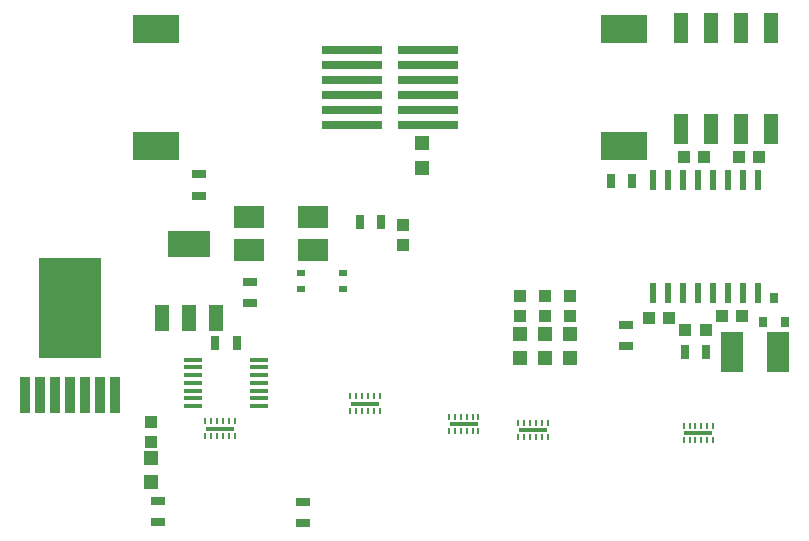
<source format=gtp>
G75*
G70*
%OFA0B0*%
%FSLAX24Y24*%
%IPPOS*%
%LPD*%
%AMOC8*
5,1,8,0,0,1.08239X$1,22.5*
%
%ADD10R,0.0394X0.0433*%
%ADD11R,0.0472X0.0472*%
%ADD12R,0.0472X0.0315*%
%ADD13R,0.1014X0.0748*%
%ADD14R,0.0225X0.0666*%
%ADD15R,0.0500X0.1000*%
%ADD16R,0.2028X0.0299*%
%ADD17R,0.1555X0.0965*%
%ADD18R,0.0104X0.0189*%
%ADD19R,0.0926X0.0138*%
%ADD20R,0.0630X0.0138*%
%ADD21R,0.0315X0.0472*%
%ADD22R,0.0433X0.0394*%
%ADD23R,0.0748X0.1339*%
%ADD24R,0.0315X0.0354*%
%ADD25R,0.2106X0.3362*%
%ADD26R,0.0350X0.1205*%
%ADD27R,0.0315X0.0236*%
%ADD28R,0.0480X0.0880*%
%ADD29R,0.1417X0.0866*%
D10*
X005233Y003569D03*
X005233Y004238D03*
X013648Y010114D03*
X013648Y010784D03*
X017536Y008421D03*
X017536Y007752D03*
X018372Y007752D03*
X018372Y008421D03*
X019209Y008421D03*
X019209Y007752D03*
D11*
X005233Y002211D03*
X005233Y003038D03*
X017536Y006345D03*
X018372Y006345D03*
X019209Y006345D03*
X019209Y007171D03*
X018372Y007171D03*
X017536Y007171D03*
X014288Y012693D03*
X014288Y013520D03*
D12*
X008530Y008884D03*
X008530Y008175D03*
X006857Y011768D03*
X006857Y012477D03*
X021079Y007457D03*
X021079Y006748D03*
X010301Y001551D03*
X010301Y000843D03*
X005479Y000892D03*
X005479Y001601D03*
D13*
X008495Y009947D03*
X008495Y011049D03*
X010631Y011049D03*
X010631Y009947D03*
D14*
X021986Y008522D03*
X022486Y008522D03*
X022986Y008522D03*
X023486Y008522D03*
X023986Y008522D03*
X024486Y008522D03*
X024986Y008522D03*
X025486Y008522D03*
X025486Y012278D03*
X024986Y012278D03*
X024486Y012278D03*
X023986Y012278D03*
X023486Y012278D03*
X022986Y012278D03*
X022486Y012278D03*
X021986Y012278D03*
D15*
X022925Y013973D03*
X023925Y013973D03*
X024925Y013973D03*
X025925Y013973D03*
X025925Y017359D03*
X024925Y017359D03*
X023925Y017359D03*
X022925Y017359D03*
D16*
X014481Y016620D03*
X014481Y016120D03*
X014481Y015620D03*
X014481Y015120D03*
X014481Y014620D03*
X014481Y014120D03*
X011929Y014120D03*
X011929Y014620D03*
X011929Y015120D03*
X011929Y015620D03*
X011929Y016120D03*
X011929Y016620D03*
D17*
X005404Y017329D03*
X005404Y013412D03*
X021006Y013412D03*
X021006Y017329D03*
D18*
X012860Y005081D03*
X012664Y005081D03*
X012467Y005081D03*
X012270Y005081D03*
X012073Y005081D03*
X011876Y005081D03*
X011876Y004597D03*
X012073Y004597D03*
X012270Y004597D03*
X012467Y004597D03*
X012664Y004597D03*
X012860Y004597D03*
X015173Y004392D03*
X015370Y004392D03*
X015567Y004392D03*
X015764Y004392D03*
X015961Y004392D03*
X016158Y004392D03*
X016158Y003908D03*
X015961Y003908D03*
X015764Y003908D03*
X015567Y003908D03*
X015370Y003908D03*
X015173Y003908D03*
X017486Y003711D03*
X017683Y003711D03*
X017880Y003711D03*
X018077Y003711D03*
X018274Y003711D03*
X018471Y003711D03*
X018471Y004195D03*
X018274Y004195D03*
X018077Y004195D03*
X017880Y004195D03*
X017683Y004195D03*
X017486Y004195D03*
X022998Y004096D03*
X023195Y004096D03*
X023392Y004096D03*
X023589Y004096D03*
X023786Y004096D03*
X023983Y004096D03*
X023983Y003613D03*
X023786Y003613D03*
X023589Y003613D03*
X023392Y003613D03*
X023195Y003613D03*
X022998Y003613D03*
X008038Y003760D03*
X007841Y003760D03*
X007644Y003760D03*
X007447Y003760D03*
X007250Y003760D03*
X007053Y003760D03*
X007053Y004244D03*
X007250Y004244D03*
X007447Y004244D03*
X007644Y004244D03*
X007841Y004244D03*
X008038Y004244D03*
D19*
X007546Y004002D03*
X012368Y004839D03*
X015666Y004150D03*
X017979Y003953D03*
X023490Y003855D03*
D20*
X008845Y004760D03*
X008845Y005016D03*
X008845Y005272D03*
X008845Y005528D03*
X008845Y005784D03*
X008845Y006040D03*
X008845Y006296D03*
X006640Y006296D03*
X006640Y006040D03*
X006640Y005784D03*
X006640Y005528D03*
X006640Y005272D03*
X006640Y005016D03*
X006640Y004760D03*
D21*
X007388Y006857D03*
X008097Y006857D03*
X012211Y010892D03*
X012920Y010892D03*
X020577Y012270D03*
X021286Y012270D03*
X023038Y006561D03*
X023746Y006561D03*
D22*
X023727Y007299D03*
X023057Y007299D03*
X022496Y007693D03*
X021827Y007693D03*
X024288Y007742D03*
X024957Y007742D03*
X024829Y013057D03*
X025498Y013057D03*
X023677Y013057D03*
X023008Y013057D03*
D23*
X024593Y006561D03*
X026128Y006561D03*
D24*
X026374Y007546D03*
X025626Y007546D03*
X026000Y008372D03*
D25*
X002526Y008010D03*
D26*
X002526Y005134D03*
X003026Y005134D03*
X003526Y005134D03*
X004026Y005134D03*
X002026Y005134D03*
X001526Y005134D03*
X001026Y005134D03*
D27*
X010252Y008648D03*
X010252Y009199D03*
X011630Y009199D03*
X011630Y008648D03*
D28*
X007422Y007703D03*
X006512Y007703D03*
X005602Y007703D03*
D29*
X006512Y010144D03*
M02*

</source>
